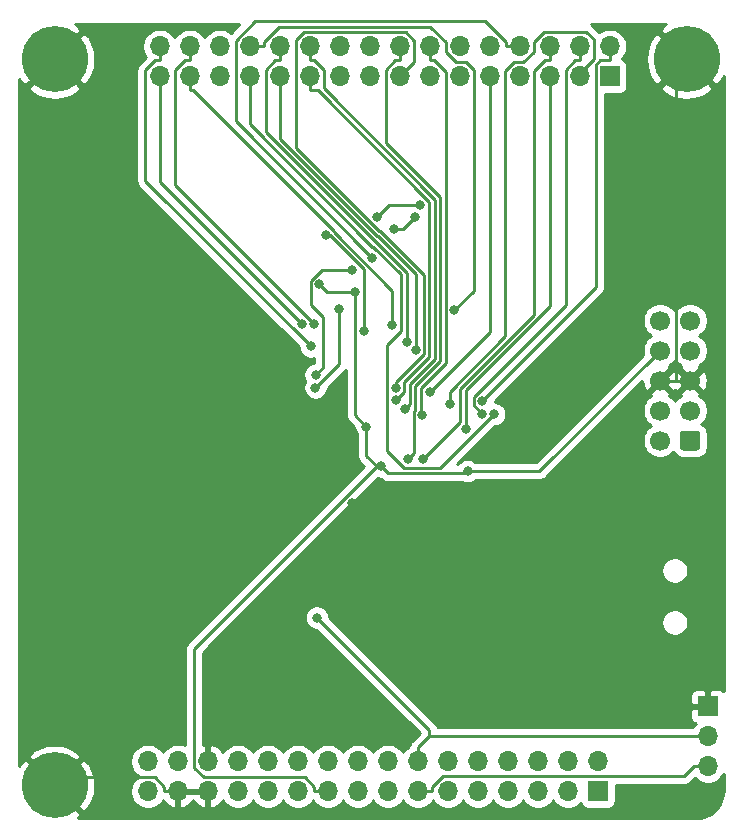
<source format=gbl>
%TF.GenerationSoftware,KiCad,Pcbnew,5.1.9+dfsg1-1*%
%TF.CreationDate,2022-02-07T09:49:48+01:00*%
%TF.ProjectId,STM32F4XX,53544d33-3246-4345-9858-2e6b69636164,2.0*%
%TF.SameCoordinates,Original*%
%TF.FileFunction,Copper,L2,Bot*%
%TF.FilePolarity,Positive*%
%FSLAX46Y46*%
G04 Gerber Fmt 4.6, Leading zero omitted, Abs format (unit mm)*
G04 Created by KiCad (PCBNEW 5.1.9+dfsg1-1) date 2022-02-07 09:49:48*
%MOMM*%
%LPD*%
G01*
G04 APERTURE LIST*
%TA.AperFunction,ComponentPad*%
%ADD10C,1.700000*%
%TD*%
%TA.AperFunction,ComponentPad*%
%ADD11O,1.700000X1.700000*%
%TD*%
%TA.AperFunction,ComponentPad*%
%ADD12R,1.700000X1.700000*%
%TD*%
%TA.AperFunction,ComponentPad*%
%ADD13C,5.600000*%
%TD*%
%TA.AperFunction,ViaPad*%
%ADD14C,0.800000*%
%TD*%
%TA.AperFunction,Conductor*%
%ADD15C,0.250000*%
%TD*%
%TA.AperFunction,Conductor*%
%ADD16C,0.254000*%
%TD*%
%TA.AperFunction,Conductor*%
%ADD17C,0.100000*%
%TD*%
G04 APERTURE END LIST*
D10*
%TO.P,J5,10*%
%TO.N,Net-(J5-Pad10)*%
X171760000Y-81640000D03*
%TO.P,J5,8*%
%TO.N,+3V3*%
X171760000Y-84180000D03*
%TO.P,J5,6*%
%TO.N,GND*%
X171760000Y-86720000D03*
%TO.P,J5,4*%
%TO.N,A13*%
X171760000Y-89260000D03*
%TO.P,J5,2*%
%TO.N,A14*%
X171760000Y-91800000D03*
%TO.P,J5,9*%
%TO.N,Net-(J5-Pad9)*%
X174300000Y-81640000D03*
%TO.P,J5,7*%
%TO.N,Net-(J5-Pad7)*%
X174300000Y-84180000D03*
%TO.P,J5,5*%
%TO.N,GND*%
X174300000Y-86720000D03*
%TO.P,J5,3*%
%TO.N,Net-(J5-Pad3)*%
X174300000Y-89260000D03*
%TO.P,J5,1*%
%TO.N,Net-(J5-Pad1)*%
%TA.AperFunction,ComponentPad*%
G36*
G01*
X175150000Y-91200000D02*
X175150000Y-92400000D01*
G75*
G02*
X174900000Y-92650000I-250000J0D01*
G01*
X173700000Y-92650000D01*
G75*
G02*
X173450000Y-92400000I0J250000D01*
G01*
X173450000Y-91200000D01*
G75*
G02*
X173700000Y-90950000I250000J0D01*
G01*
X174900000Y-90950000D01*
G75*
G02*
X175150000Y-91200000I0J-250000D01*
G01*
G37*
%TD.AperFunction*%
%TD*%
D11*
%TO.P,J1,3*%
%TO.N,A3*%
X175800000Y-119380000D03*
%TO.P,J1,2*%
%TO.N,A2*%
X175800000Y-116840000D03*
D12*
%TO.P,J1,1*%
%TO.N,GND*%
X175800000Y-114300000D03*
%TD*%
D11*
%TO.P,J2,32*%
%TO.N,VCC*%
X128400000Y-118960000D03*
%TO.P,J2,31*%
X128400000Y-121500000D03*
%TO.P,J2,30*%
X130940000Y-118960000D03*
%TO.P,J2,29*%
%TO.N,GND*%
X130940000Y-121500000D03*
%TO.P,J2,28*%
X133480000Y-118960000D03*
%TO.P,J2,27*%
X133480000Y-121500000D03*
%TO.P,J2,26*%
%TO.N,Net-(J2-Pad26)*%
X136020000Y-118960000D03*
%TO.P,J2,25*%
%TO.N,Net-(J2-Pad25)*%
X136020000Y-121500000D03*
%TO.P,J2,24*%
%TO.N,Net-(J2-Pad24)*%
X138560000Y-118960000D03*
%TO.P,J2,23*%
%TO.N,Net-(J2-Pad23)*%
X138560000Y-121500000D03*
%TO.P,J2,22*%
%TO.N,Net-(J2-Pad22)*%
X141100000Y-118960000D03*
%TO.P,J2,21*%
%TO.N,Net-(J2-Pad21)*%
X141100000Y-121500000D03*
%TO.P,J2,20*%
%TO.N,Net-(J2-Pad20)*%
X143640000Y-118960000D03*
%TO.P,J2,19*%
%TO.N,+3V3*%
X143640000Y-121500000D03*
%TO.P,J2,18*%
X146180000Y-118960000D03*
%TO.P,J2,17*%
X146180000Y-121500000D03*
%TO.P,J2,16*%
%TO.N,A0*%
X148720000Y-118960000D03*
%TO.P,J2,15*%
%TO.N,A1*%
X148720000Y-121500000D03*
%TO.P,J2,14*%
%TO.N,A2*%
X151260000Y-118960000D03*
%TO.P,J2,13*%
%TO.N,A3*%
X151260000Y-121500000D03*
%TO.P,J2,12*%
%TO.N,A4*%
X153800000Y-118960000D03*
%TO.P,J2,11*%
%TO.N,A5*%
X153800000Y-121500000D03*
%TO.P,J2,10*%
%TO.N,A6*%
X156340000Y-118960000D03*
%TO.P,J2,9*%
%TO.N,A7*%
X156340000Y-121500000D03*
%TO.P,J2,8*%
%TO.N,A8*%
X158880000Y-118960000D03*
%TO.P,J2,7*%
%TO.N,A9*%
X158880000Y-121500000D03*
%TO.P,J2,6*%
%TO.N,A10*%
X161420000Y-118960000D03*
%TO.P,J2,5*%
%TO.N,A11*%
X161420000Y-121500000D03*
%TO.P,J2,4*%
%TO.N,A12*%
X163960000Y-118960000D03*
%TO.P,J2,3*%
%TO.N,A13*%
X163960000Y-121500000D03*
%TO.P,J2,2*%
%TO.N,A14*%
X166500000Y-118960000D03*
D12*
%TO.P,J2,1*%
%TO.N,A15*%
X166500000Y-121500000D03*
%TD*%
D11*
%TO.P,J4,32*%
%TO.N,C15*%
X129400000Y-58420000D03*
%TO.P,J4,31*%
%TO.N,C14*%
X129400000Y-60960000D03*
%TO.P,J4,30*%
%TO.N,C13*%
X131940000Y-58420000D03*
%TO.P,J4,29*%
%TO.N,C12*%
X131940000Y-60960000D03*
%TO.P,J4,28*%
%TO.N,C11*%
X134480000Y-58420000D03*
%TO.P,J4,27*%
%TO.N,C10*%
X134480000Y-60960000D03*
%TO.P,J4,26*%
%TO.N,C9*%
X137020000Y-58420000D03*
%TO.P,J4,25*%
%TO.N,C8*%
X137020000Y-60960000D03*
%TO.P,J4,24*%
%TO.N,C7*%
X139560000Y-58420000D03*
%TO.P,J4,23*%
%TO.N,C6*%
X139560000Y-60960000D03*
%TO.P,J4,22*%
%TO.N,C5*%
X142100000Y-58420000D03*
%TO.P,J4,21*%
%TO.N,C4*%
X142100000Y-60960000D03*
%TO.P,J4,20*%
%TO.N,C3*%
X144640000Y-58420000D03*
%TO.P,J4,19*%
%TO.N,C2*%
X144640000Y-60960000D03*
%TO.P,J4,18*%
%TO.N,C1*%
X147180000Y-58420000D03*
%TO.P,J4,17*%
%TO.N,C0*%
X147180000Y-60960000D03*
%TO.P,J4,16*%
%TO.N,B0*%
X149720000Y-58420000D03*
%TO.P,J4,15*%
%TO.N,B1*%
X149720000Y-60960000D03*
%TO.P,J4,14*%
%TO.N,B2*%
X152260000Y-58420000D03*
%TO.P,J4,13*%
%TO.N,B3*%
X152260000Y-60960000D03*
%TO.P,J4,12*%
%TO.N,B4*%
X154800000Y-58420000D03*
%TO.P,J4,11*%
%TO.N,B5*%
X154800000Y-60960000D03*
%TO.P,J4,10*%
%TO.N,B6*%
X157340000Y-58420000D03*
%TO.P,J4,9*%
%TO.N,B7*%
X157340000Y-60960000D03*
%TO.P,J4,8*%
%TO.N,B8*%
X159880000Y-58420000D03*
%TO.P,J4,7*%
%TO.N,B9*%
X159880000Y-60960000D03*
%TO.P,J4,6*%
%TO.N,B10*%
X162420000Y-58420000D03*
%TO.P,J4,5*%
%TO.N,B12*%
X162420000Y-60960000D03*
%TO.P,J4,4*%
%TO.N,B13*%
X164960000Y-58420000D03*
%TO.P,J4,3*%
%TO.N,B14*%
X164960000Y-60960000D03*
%TO.P,J4,2*%
%TO.N,B15*%
X167500000Y-58420000D03*
D12*
%TO.P,J4,1*%
%TO.N,D2*%
X167500000Y-60960000D03*
%TD*%
D13*
%TO.P,H2,1*%
%TO.N,GND*%
X120500000Y-59500000D03*
%TD*%
%TO.P,H1,1*%
%TO.N,GND*%
X174000000Y-59500000D03*
%TD*%
%TO.P,H3,1*%
%TO.N,GND*%
X120500000Y-121000000D03*
%TD*%
D14*
%TO.N,GND*%
X154241900Y-97102700D03*
X145679400Y-97103300D03*
%TO.N,+3V3*%
X142901000Y-78585300D03*
X155460600Y-94390300D03*
X145929800Y-79259700D03*
X146900000Y-90619600D03*
X148140400Y-93993400D03*
%TO.N,A2*%
X142701800Y-106783700D03*
%TO.N,C15*%
X142199500Y-83829600D03*
%TO.N,C14*%
X141454200Y-81939300D03*
%TO.N,C13*%
X142456300Y-81915600D03*
%TO.N,C12*%
X149101300Y-82026300D03*
%TO.N,C9*%
X154342500Y-80738400D03*
%TO.N,C8*%
X157704300Y-89574600D03*
%TO.N,C7*%
X150352700Y-83464200D03*
%TO.N,C6*%
X151060200Y-84171600D03*
%TO.N,C5*%
X150150000Y-89120600D03*
%TO.N,C4*%
X149400000Y-88368200D03*
%TO.N,C3*%
X146676400Y-82508000D03*
X143440000Y-74417400D03*
%TO.N,C2*%
X142574400Y-87326300D03*
X144580600Y-80634800D03*
%TO.N,C0*%
X142587400Y-86228600D03*
X145663300Y-77326600D03*
%TO.N,B0*%
X150400000Y-93379700D03*
%TO.N,B1*%
X149386800Y-87312600D03*
%TO.N,B2*%
X151637100Y-89665500D03*
%TO.N,B5*%
X149267500Y-73883400D03*
X151026000Y-72847700D03*
%TO.N,B7*%
X152262700Y-87673900D03*
%TO.N,B8*%
X147400000Y-76351300D03*
%TO.N,B9*%
X147810000Y-72857100D03*
X151476300Y-71847300D03*
%TO.N,B10*%
X151708800Y-93382800D03*
%TO.N,B12*%
X155325000Y-90829500D03*
%TO.N,B13*%
X156703900Y-89539300D03*
%TO.N,B14*%
X153939400Y-88733000D03*
%TO.N,B15*%
X156711000Y-88424000D03*
%TD*%
D15*
%TO.N,GND*%
X173090600Y-86720000D02*
X174300000Y-86720000D01*
X171760000Y-86720000D02*
X173090600Y-86720000D01*
X173090600Y-86720000D02*
X173090600Y-60409400D01*
X173090600Y-60409400D02*
X174000000Y-59500000D01*
X154241900Y-97102700D02*
X161377300Y-97102700D01*
X161377300Y-97102700D02*
X171760000Y-86720000D01*
X145679400Y-97103300D02*
X145680000Y-97102700D01*
X145680000Y-97102700D02*
X154241900Y-97102700D01*
X145679400Y-97103300D02*
X133480000Y-109302700D01*
X133480000Y-109302700D02*
X133480000Y-117784700D01*
X130940000Y-121500000D02*
X129764700Y-121500000D01*
X120500000Y-121000000D02*
X121175300Y-120324700D01*
X121175300Y-120324700D02*
X128956800Y-120324700D01*
X128956800Y-120324700D02*
X129764700Y-121132600D01*
X129764700Y-121132600D02*
X129764700Y-121500000D01*
X133480000Y-118960000D02*
X133480000Y-117784700D01*
X133480000Y-121500000D02*
X130940000Y-121500000D01*
%TO.N,+3V3*%
X145929800Y-79259700D02*
X145929800Y-89649400D01*
X145929800Y-89649400D02*
X146900000Y-90619600D01*
X145929800Y-79259700D02*
X143575400Y-79259700D01*
X143575400Y-79259700D02*
X142901000Y-78585300D01*
X171760000Y-84180000D02*
X161549700Y-94390300D01*
X161549700Y-94390300D02*
X155460600Y-94390300D01*
X155460600Y-94390300D02*
X155279100Y-94571800D01*
X155279100Y-94571800D02*
X148718800Y-94571800D01*
X148718800Y-94571800D02*
X148140400Y-93993400D01*
X147763600Y-93993400D02*
X132303000Y-109454000D01*
X132303000Y-109454000D02*
X132303000Y-119484000D01*
X132303000Y-119484000D02*
X133143700Y-120324700D01*
X133143700Y-120324700D02*
X141656800Y-120324700D01*
X141656800Y-120324700D02*
X142464700Y-121132600D01*
X142464700Y-121132600D02*
X142464700Y-121500000D01*
X148140400Y-93993400D02*
X147763600Y-93993400D01*
X146900000Y-90619600D02*
X146900000Y-93129800D01*
X146900000Y-93129800D02*
X147763600Y-93993400D01*
X143640000Y-121500000D02*
X142464700Y-121500000D01*
%TO.N,A3*%
X175800000Y-119380000D02*
X174624700Y-119380000D01*
X151260000Y-121500000D02*
X152435300Y-121500000D01*
X152435300Y-121500000D02*
X152435300Y-121132600D01*
X152435300Y-121132600D02*
X153356800Y-120211100D01*
X153356800Y-120211100D02*
X173793600Y-120211100D01*
X173793600Y-120211100D02*
X174624700Y-119380000D01*
%TO.N,A2*%
X152204700Y-116840000D02*
X152204700Y-116286600D01*
X152204700Y-116286600D02*
X142701800Y-106783700D01*
X152204700Y-116840000D02*
X151260000Y-117784700D01*
X175800000Y-116840000D02*
X152204700Y-116840000D01*
X151260000Y-118960000D02*
X151260000Y-117784700D01*
%TO.N,C15*%
X142199500Y-83829600D02*
X128184400Y-69814500D01*
X128184400Y-69814500D02*
X128184400Y-60443600D01*
X128184400Y-60443600D02*
X129032700Y-59595300D01*
X129032700Y-59595300D02*
X129400000Y-59595300D01*
X129400000Y-58420000D02*
X129400000Y-59595300D01*
%TO.N,C14*%
X141454200Y-81939300D02*
X129400000Y-69885100D01*
X129400000Y-69885100D02*
X129400000Y-60960000D01*
%TO.N,C13*%
X142456300Y-81915600D02*
X130728800Y-70188100D01*
X130728800Y-70188100D02*
X130728800Y-60439200D01*
X130728800Y-60439200D02*
X131572700Y-59595300D01*
X131572700Y-59595300D02*
X131940000Y-59595300D01*
X131940000Y-58420000D02*
X131940000Y-59595300D01*
%TO.N,C12*%
X131940000Y-62135300D02*
X132222100Y-62135300D01*
X132222100Y-62135300D02*
X144165400Y-74078600D01*
X144165400Y-74078600D02*
X144165400Y-74164600D01*
X144165400Y-74164600D02*
X149101300Y-79100500D01*
X149101300Y-79100500D02*
X149101300Y-82026300D01*
X131940000Y-60960000D02*
X131940000Y-62135300D01*
%TO.N,C9*%
X137020000Y-58420000D02*
X138195300Y-58420000D01*
X138195300Y-58420000D02*
X138195300Y-58052700D01*
X138195300Y-58052700D02*
X139479700Y-56768300D01*
X139479700Y-56768300D02*
X152324000Y-56768300D01*
X152324000Y-56768300D02*
X153594700Y-58039000D01*
X153594700Y-58039000D02*
X153594700Y-58879000D01*
X153594700Y-58879000D02*
X154500300Y-59784600D01*
X154500300Y-59784600D02*
X155325600Y-59784600D01*
X155325600Y-59784600D02*
X155976900Y-60435900D01*
X155976900Y-60435900D02*
X155976900Y-79104000D01*
X155976900Y-79104000D02*
X154342500Y-80738400D01*
%TO.N,C8*%
X157704300Y-89574600D02*
X153167400Y-94111500D01*
X153167400Y-94111500D02*
X150068900Y-94111500D01*
X150068900Y-94111500D02*
X148652300Y-92694900D01*
X148652300Y-92694900D02*
X148652300Y-83729500D01*
X148652300Y-83729500D02*
X149826600Y-82555200D01*
X149826600Y-82555200D02*
X149826600Y-77739600D01*
X149826600Y-77739600D02*
X147473000Y-75386000D01*
X147473000Y-75386000D02*
X147402500Y-75386000D01*
X147402500Y-75386000D02*
X137020000Y-65003500D01*
X137020000Y-65003500D02*
X137020000Y-60960000D01*
%TO.N,C7*%
X139560000Y-59595300D02*
X139192700Y-59595300D01*
X139192700Y-59595300D02*
X138355300Y-60432700D01*
X138355300Y-60432700D02*
X138355300Y-65701900D01*
X138355300Y-65701900D02*
X147589100Y-74935700D01*
X147589100Y-74935700D02*
X147659600Y-74935700D01*
X147659600Y-74935700D02*
X150352700Y-77628800D01*
X150352700Y-77628800D02*
X150352700Y-83464200D01*
X139560000Y-58420000D02*
X139560000Y-59595300D01*
%TO.N,C6*%
X151060200Y-84171600D02*
X151078000Y-84153800D01*
X151078000Y-84153800D02*
X151078000Y-77717200D01*
X151078000Y-77717200D02*
X147846200Y-74485400D01*
X147846200Y-74485400D02*
X147775700Y-74485400D01*
X147775700Y-74485400D02*
X139560000Y-66269700D01*
X139560000Y-66269700D02*
X139560000Y-62135300D01*
X139560000Y-60960000D02*
X139560000Y-62135300D01*
%TO.N,C5*%
X150150000Y-89120600D02*
X150590500Y-88680100D01*
X150590500Y-88680100D02*
X150590500Y-86984200D01*
X150590500Y-86984200D02*
X152686100Y-84888600D01*
X152686100Y-84888600D02*
X152686100Y-71394400D01*
X152686100Y-71394400D02*
X143275300Y-61983600D01*
X143275300Y-61983600D02*
X143275300Y-60403200D01*
X143275300Y-60403200D02*
X142467400Y-59595300D01*
X142467400Y-59595300D02*
X142100000Y-59595300D01*
X142100000Y-58420000D02*
X142100000Y-59595300D01*
%TO.N,C4*%
X149400000Y-88368200D02*
X150115700Y-87652500D01*
X150115700Y-87652500D02*
X150115700Y-86822100D01*
X150115700Y-86822100D02*
X152235800Y-84702000D01*
X152235800Y-84702000D02*
X152235800Y-71581000D01*
X152235800Y-71581000D02*
X142790100Y-62135300D01*
X142790100Y-62135300D02*
X142100000Y-62135300D01*
X142100000Y-60960000D02*
X142100000Y-62135300D01*
%TO.N,C3*%
X143440000Y-74417400D02*
X143780100Y-74417400D01*
X143780100Y-74417400D02*
X146676400Y-77313700D01*
X146676400Y-77313700D02*
X146676400Y-82508000D01*
%TO.N,C2*%
X144580600Y-80634800D02*
X144580600Y-85320100D01*
X144580600Y-85320100D02*
X142574400Y-87326300D01*
%TO.N,C0*%
X145663300Y-77326600D02*
X143134000Y-77326600D01*
X143134000Y-77326600D02*
X142175700Y-78284900D01*
X142175700Y-78284900D02*
X142175700Y-80290600D01*
X142175700Y-80290600D02*
X143230600Y-81345500D01*
X143230600Y-81345500D02*
X143230600Y-85585400D01*
X143230600Y-85585400D02*
X142587400Y-86228600D01*
%TO.N,B0*%
X150400000Y-93379700D02*
X150911800Y-92867900D01*
X150911800Y-92867900D02*
X150911800Y-89365100D01*
X150911800Y-89365100D02*
X151040800Y-89236100D01*
X151040800Y-89236100D02*
X151040800Y-87170800D01*
X151040800Y-87170800D02*
X153136400Y-85075200D01*
X153136400Y-85075200D02*
X153136400Y-71207800D01*
X153136400Y-71207800D02*
X148544700Y-66616100D01*
X148544700Y-66616100D02*
X148544700Y-60403200D01*
X148544700Y-60403200D02*
X149352600Y-59595300D01*
X149352600Y-59595300D02*
X149720000Y-59595300D01*
X149720000Y-58420000D02*
X149720000Y-59595300D01*
%TO.N,B1*%
X149386800Y-87312600D02*
X149386800Y-86870800D01*
X149386800Y-86870800D02*
X151785500Y-84472100D01*
X151785500Y-84472100D02*
X151785500Y-77787800D01*
X151785500Y-77787800D02*
X148032800Y-74035100D01*
X148032800Y-74035100D02*
X147962300Y-74035100D01*
X147962300Y-74035100D02*
X140924600Y-66997400D01*
X140924600Y-66997400D02*
X140924600Y-57898000D01*
X140924600Y-57898000D02*
X141587100Y-57235500D01*
X141587100Y-57235500D02*
X150216800Y-57235500D01*
X150216800Y-57235500D02*
X150939000Y-57957700D01*
X150939000Y-57957700D02*
X150939000Y-59741000D01*
X150939000Y-59741000D02*
X149720000Y-60960000D01*
%TO.N,B2*%
X151637100Y-89665500D02*
X151537300Y-89565700D01*
X151537300Y-89565700D02*
X151537300Y-87311200D01*
X151537300Y-87311200D02*
X153594900Y-85253600D01*
X153594900Y-85253600D02*
X153594900Y-60562900D01*
X153594900Y-60562900D02*
X152627300Y-59595300D01*
X152627300Y-59595300D02*
X152260000Y-59595300D01*
X152260000Y-58420000D02*
X152260000Y-59595300D01*
%TO.N,B5*%
X149267500Y-73883400D02*
X149990300Y-73883400D01*
X149990300Y-73883400D02*
X151026000Y-72847700D01*
%TO.N,B7*%
X157340000Y-60960000D02*
X157340000Y-82596600D01*
X157340000Y-82596600D02*
X152262700Y-87673900D01*
%TO.N,B8*%
X158704700Y-58420000D02*
X158704700Y-58052700D01*
X158704700Y-58052700D02*
X156969900Y-56317900D01*
X156969900Y-56317900D02*
X137439700Y-56317900D01*
X137439700Y-56317900D02*
X135815300Y-57942300D01*
X135815300Y-57942300D02*
X135815300Y-64766600D01*
X135815300Y-64766600D02*
X147400000Y-76351300D01*
X159880000Y-58420000D02*
X158704700Y-58420000D01*
%TO.N,B9*%
X147810000Y-72857100D02*
X148819700Y-71847400D01*
X148819700Y-71847400D02*
X151476300Y-71847400D01*
X151476300Y-71847400D02*
X151476300Y-71847300D01*
%TO.N,B10*%
X162420000Y-59595300D02*
X162052600Y-59595300D01*
X162052600Y-59595300D02*
X161094900Y-60553000D01*
X161094900Y-60553000D02*
X161094900Y-81134400D01*
X161094900Y-81134400D02*
X154823300Y-87406000D01*
X154823300Y-87406000D02*
X154823300Y-90268300D01*
X154823300Y-90268300D02*
X151708800Y-93382800D01*
X162420000Y-58420000D02*
X162420000Y-59595300D01*
%TO.N,B12*%
X162420000Y-62135300D02*
X162420000Y-80446300D01*
X162420000Y-80446300D02*
X155325000Y-87541300D01*
X155325000Y-87541300D02*
X155325000Y-90829500D01*
X162420000Y-60960000D02*
X162420000Y-62135300D01*
%TO.N,B13*%
X164960000Y-59595300D02*
X164592600Y-59595300D01*
X164592600Y-59595300D02*
X163784700Y-60403200D01*
X163784700Y-60403200D02*
X163784700Y-80324600D01*
X163784700Y-80324600D02*
X155985700Y-88123600D01*
X155985700Y-88123600D02*
X155985700Y-88821100D01*
X155985700Y-88821100D02*
X156703900Y-89539300D01*
X164960000Y-58420000D02*
X164960000Y-59595300D01*
%TO.N,B14*%
X164960000Y-60960000D02*
X164960000Y-60690300D01*
X164960000Y-60690300D02*
X166145000Y-59505300D01*
X166145000Y-59505300D02*
X166145000Y-57839500D01*
X166145000Y-57839500D02*
X165510600Y-57205100D01*
X165510600Y-57205100D02*
X161967400Y-57205100D01*
X161967400Y-57205100D02*
X161095100Y-58077400D01*
X161095100Y-58077400D02*
X161095100Y-58869100D01*
X161095100Y-58869100D02*
X160179600Y-59784600D01*
X160179600Y-59784600D02*
X159354400Y-59784600D01*
X159354400Y-59784600D02*
X158610000Y-60529000D01*
X158610000Y-60529000D02*
X158610000Y-82982400D01*
X158610000Y-82982400D02*
X153939400Y-87653000D01*
X153939400Y-87653000D02*
X153939400Y-88733000D01*
%TO.N,B15*%
X167500000Y-59595300D02*
X166691900Y-59595300D01*
X166691900Y-59595300D02*
X166324700Y-59962500D01*
X166324700Y-59962500D02*
X166324700Y-78810300D01*
X166324700Y-78810300D02*
X156711000Y-88424000D01*
X167500000Y-58420000D02*
X167500000Y-59595300D01*
%TD*%
D16*
%TO.N,GND*%
X135420423Y-57262376D02*
X135183411Y-57104010D01*
X134913158Y-56992068D01*
X134626260Y-56935000D01*
X134333740Y-56935000D01*
X134046842Y-56992068D01*
X133776589Y-57104010D01*
X133533368Y-57266525D01*
X133326525Y-57473368D01*
X133210000Y-57647760D01*
X133093475Y-57473368D01*
X132886632Y-57266525D01*
X132643411Y-57104010D01*
X132373158Y-56992068D01*
X132086260Y-56935000D01*
X131793740Y-56935000D01*
X131506842Y-56992068D01*
X131236589Y-57104010D01*
X130993368Y-57266525D01*
X130786525Y-57473368D01*
X130670000Y-57647760D01*
X130553475Y-57473368D01*
X130346632Y-57266525D01*
X130103411Y-57104010D01*
X129833158Y-56992068D01*
X129546260Y-56935000D01*
X129253740Y-56935000D01*
X128966842Y-56992068D01*
X128696589Y-57104010D01*
X128453368Y-57266525D01*
X128246525Y-57473368D01*
X128084010Y-57716589D01*
X127972068Y-57986842D01*
X127915000Y-58273740D01*
X127915000Y-58566260D01*
X127972068Y-58853158D01*
X128084010Y-59123411D01*
X128222509Y-59330689D01*
X127673398Y-59879801D01*
X127644400Y-59903599D01*
X127620602Y-59932597D01*
X127620601Y-59932598D01*
X127549426Y-60019324D01*
X127478854Y-60151354D01*
X127454915Y-60230274D01*
X127435398Y-60294614D01*
X127425210Y-60398053D01*
X127420724Y-60443600D01*
X127424401Y-60480932D01*
X127424400Y-69777178D01*
X127420724Y-69814500D01*
X127424400Y-69851822D01*
X127424400Y-69851832D01*
X127435397Y-69963485D01*
X127458339Y-70039115D01*
X127478854Y-70106746D01*
X127549426Y-70238776D01*
X127589271Y-70287326D01*
X127644399Y-70354501D01*
X127673403Y-70378304D01*
X141164500Y-83869403D01*
X141164500Y-83931539D01*
X141204274Y-84131498D01*
X141282295Y-84319856D01*
X141395563Y-84489374D01*
X141539726Y-84633537D01*
X141709244Y-84746805D01*
X141897602Y-84824826D01*
X142097561Y-84864600D01*
X142301439Y-84864600D01*
X142470601Y-84830952D01*
X142470601Y-85196556D01*
X142285502Y-85233374D01*
X142097144Y-85311395D01*
X141927626Y-85424663D01*
X141783463Y-85568826D01*
X141670195Y-85738344D01*
X141592174Y-85926702D01*
X141552400Y-86126661D01*
X141552400Y-86330539D01*
X141592174Y-86530498D01*
X141670195Y-86718856D01*
X141702846Y-86767722D01*
X141657195Y-86836044D01*
X141579174Y-87024402D01*
X141539400Y-87224361D01*
X141539400Y-87428239D01*
X141579174Y-87628198D01*
X141657195Y-87816556D01*
X141770463Y-87986074D01*
X141914626Y-88130237D01*
X142084144Y-88243505D01*
X142272502Y-88321526D01*
X142472461Y-88361300D01*
X142676339Y-88361300D01*
X142876298Y-88321526D01*
X143064656Y-88243505D01*
X143234174Y-88130237D01*
X143378337Y-87986074D01*
X143491605Y-87816556D01*
X143569626Y-87628198D01*
X143609400Y-87428239D01*
X143609400Y-87366101D01*
X145091603Y-85883899D01*
X145120601Y-85860101D01*
X145169801Y-85800151D01*
X145169801Y-89612068D01*
X145166124Y-89649400D01*
X145180798Y-89798385D01*
X145224254Y-89941646D01*
X145294826Y-90073676D01*
X145362060Y-90155600D01*
X145389800Y-90189401D01*
X145418798Y-90213199D01*
X145865000Y-90659401D01*
X145865000Y-90721539D01*
X145904774Y-90921498D01*
X145982795Y-91109856D01*
X146096063Y-91279374D01*
X146140000Y-91323311D01*
X146140001Y-93092468D01*
X146136324Y-93129800D01*
X146140001Y-93167133D01*
X146150998Y-93278786D01*
X146155060Y-93292176D01*
X146194454Y-93422046D01*
X146265026Y-93554076D01*
X146327582Y-93630300D01*
X146360000Y-93669801D01*
X146388998Y-93693599D01*
X146688798Y-93993400D01*
X131792003Y-108890196D01*
X131762999Y-108913999D01*
X131707871Y-108981174D01*
X131668026Y-109029724D01*
X131597455Y-109161753D01*
X131597454Y-109161754D01*
X131553997Y-109305015D01*
X131543000Y-109416668D01*
X131543000Y-109416678D01*
X131539324Y-109454000D01*
X131543000Y-109491322D01*
X131543001Y-117602419D01*
X131373158Y-117532068D01*
X131086260Y-117475000D01*
X130793740Y-117475000D01*
X130506842Y-117532068D01*
X130236589Y-117644010D01*
X129993368Y-117806525D01*
X129786525Y-118013368D01*
X129670000Y-118187760D01*
X129553475Y-118013368D01*
X129346632Y-117806525D01*
X129103411Y-117644010D01*
X128833158Y-117532068D01*
X128546260Y-117475000D01*
X128253740Y-117475000D01*
X127966842Y-117532068D01*
X127696589Y-117644010D01*
X127453368Y-117806525D01*
X127246525Y-118013368D01*
X127084010Y-118256589D01*
X126972068Y-118526842D01*
X126915000Y-118813740D01*
X126915000Y-119106260D01*
X126972068Y-119393158D01*
X127084010Y-119663411D01*
X127246525Y-119906632D01*
X127453368Y-120113475D01*
X127627760Y-120230000D01*
X127453368Y-120346525D01*
X127246525Y-120553368D01*
X127084010Y-120796589D01*
X126972068Y-121066842D01*
X126915000Y-121353740D01*
X126915000Y-121646260D01*
X126972068Y-121933158D01*
X127084010Y-122203411D01*
X127246525Y-122446632D01*
X127453368Y-122653475D01*
X127696589Y-122815990D01*
X127966842Y-122927932D01*
X128253740Y-122985000D01*
X128546260Y-122985000D01*
X128833158Y-122927932D01*
X129103411Y-122815990D01*
X129346632Y-122653475D01*
X129553475Y-122446632D01*
X129675195Y-122264466D01*
X129744822Y-122381355D01*
X129939731Y-122597588D01*
X130173080Y-122771641D01*
X130435901Y-122896825D01*
X130583110Y-122941476D01*
X130813000Y-122820155D01*
X130813000Y-121627000D01*
X131067000Y-121627000D01*
X131067000Y-122820155D01*
X131296890Y-122941476D01*
X131444099Y-122896825D01*
X131706920Y-122771641D01*
X131940269Y-122597588D01*
X132135178Y-122381355D01*
X132210000Y-122255745D01*
X132284822Y-122381355D01*
X132479731Y-122597588D01*
X132713080Y-122771641D01*
X132975901Y-122896825D01*
X133123110Y-122941476D01*
X133353000Y-122820155D01*
X133353000Y-121627000D01*
X131067000Y-121627000D01*
X130813000Y-121627000D01*
X130793000Y-121627000D01*
X130793000Y-121373000D01*
X130813000Y-121373000D01*
X130813000Y-121353000D01*
X131067000Y-121353000D01*
X131067000Y-121373000D01*
X133353000Y-121373000D01*
X133353000Y-121353000D01*
X133607000Y-121353000D01*
X133607000Y-121373000D01*
X133627000Y-121373000D01*
X133627000Y-121627000D01*
X133607000Y-121627000D01*
X133607000Y-122820155D01*
X133836890Y-122941476D01*
X133984099Y-122896825D01*
X134246920Y-122771641D01*
X134480269Y-122597588D01*
X134675178Y-122381355D01*
X134744805Y-122264466D01*
X134866525Y-122446632D01*
X135073368Y-122653475D01*
X135316589Y-122815990D01*
X135586842Y-122927932D01*
X135873740Y-122985000D01*
X136166260Y-122985000D01*
X136453158Y-122927932D01*
X136723411Y-122815990D01*
X136966632Y-122653475D01*
X137173475Y-122446632D01*
X137290000Y-122272240D01*
X137406525Y-122446632D01*
X137613368Y-122653475D01*
X137856589Y-122815990D01*
X138126842Y-122927932D01*
X138413740Y-122985000D01*
X138706260Y-122985000D01*
X138993158Y-122927932D01*
X139263411Y-122815990D01*
X139506632Y-122653475D01*
X139713475Y-122446632D01*
X139830000Y-122272240D01*
X139946525Y-122446632D01*
X140153368Y-122653475D01*
X140396589Y-122815990D01*
X140666842Y-122927932D01*
X140953740Y-122985000D01*
X141246260Y-122985000D01*
X141533158Y-122927932D01*
X141803411Y-122815990D01*
X142046632Y-122653475D01*
X142253475Y-122446632D01*
X142370000Y-122272240D01*
X142486525Y-122446632D01*
X142693368Y-122653475D01*
X142936589Y-122815990D01*
X143206842Y-122927932D01*
X143493740Y-122985000D01*
X143786260Y-122985000D01*
X144073158Y-122927932D01*
X144343411Y-122815990D01*
X144586632Y-122653475D01*
X144793475Y-122446632D01*
X144910000Y-122272240D01*
X145026525Y-122446632D01*
X145233368Y-122653475D01*
X145476589Y-122815990D01*
X145746842Y-122927932D01*
X146033740Y-122985000D01*
X146326260Y-122985000D01*
X146613158Y-122927932D01*
X146883411Y-122815990D01*
X147126632Y-122653475D01*
X147333475Y-122446632D01*
X147450000Y-122272240D01*
X147566525Y-122446632D01*
X147773368Y-122653475D01*
X148016589Y-122815990D01*
X148286842Y-122927932D01*
X148573740Y-122985000D01*
X148866260Y-122985000D01*
X149153158Y-122927932D01*
X149423411Y-122815990D01*
X149666632Y-122653475D01*
X149873475Y-122446632D01*
X149990000Y-122272240D01*
X150106525Y-122446632D01*
X150313368Y-122653475D01*
X150556589Y-122815990D01*
X150826842Y-122927932D01*
X151113740Y-122985000D01*
X151406260Y-122985000D01*
X151693158Y-122927932D01*
X151963411Y-122815990D01*
X152206632Y-122653475D01*
X152413475Y-122446632D01*
X152530000Y-122272240D01*
X152646525Y-122446632D01*
X152853368Y-122653475D01*
X153096589Y-122815990D01*
X153366842Y-122927932D01*
X153653740Y-122985000D01*
X153946260Y-122985000D01*
X154233158Y-122927932D01*
X154503411Y-122815990D01*
X154746632Y-122653475D01*
X154953475Y-122446632D01*
X155070000Y-122272240D01*
X155186525Y-122446632D01*
X155393368Y-122653475D01*
X155636589Y-122815990D01*
X155906842Y-122927932D01*
X156193740Y-122985000D01*
X156486260Y-122985000D01*
X156773158Y-122927932D01*
X157043411Y-122815990D01*
X157286632Y-122653475D01*
X157493475Y-122446632D01*
X157610000Y-122272240D01*
X157726525Y-122446632D01*
X157933368Y-122653475D01*
X158176589Y-122815990D01*
X158446842Y-122927932D01*
X158733740Y-122985000D01*
X159026260Y-122985000D01*
X159313158Y-122927932D01*
X159583411Y-122815990D01*
X159826632Y-122653475D01*
X160033475Y-122446632D01*
X160150000Y-122272240D01*
X160266525Y-122446632D01*
X160473368Y-122653475D01*
X160716589Y-122815990D01*
X160986842Y-122927932D01*
X161273740Y-122985000D01*
X161566260Y-122985000D01*
X161853158Y-122927932D01*
X162123411Y-122815990D01*
X162366632Y-122653475D01*
X162573475Y-122446632D01*
X162690000Y-122272240D01*
X162806525Y-122446632D01*
X163013368Y-122653475D01*
X163256589Y-122815990D01*
X163526842Y-122927932D01*
X163813740Y-122985000D01*
X164106260Y-122985000D01*
X164393158Y-122927932D01*
X164663411Y-122815990D01*
X164906632Y-122653475D01*
X165038487Y-122521620D01*
X165060498Y-122594180D01*
X165119463Y-122704494D01*
X165198815Y-122801185D01*
X165295506Y-122880537D01*
X165405820Y-122939502D01*
X165525518Y-122975812D01*
X165650000Y-122988072D01*
X167350000Y-122988072D01*
X167474482Y-122975812D01*
X167594180Y-122939502D01*
X167704494Y-122880537D01*
X167801185Y-122801185D01*
X167880537Y-122704494D01*
X167939502Y-122594180D01*
X167975812Y-122474482D01*
X167988072Y-122350000D01*
X167988072Y-120971100D01*
X173756278Y-120971100D01*
X173793600Y-120974776D01*
X173830922Y-120971100D01*
X173830933Y-120971100D01*
X173942586Y-120960103D01*
X174085847Y-120916646D01*
X174217876Y-120846074D01*
X174333601Y-120751101D01*
X174357403Y-120722098D01*
X174699697Y-120379804D01*
X174853368Y-120533475D01*
X175096589Y-120695990D01*
X175366842Y-120807932D01*
X175653740Y-120865000D01*
X175946260Y-120865000D01*
X176233158Y-120807932D01*
X176503411Y-120695990D01*
X176746632Y-120533475D01*
X176953475Y-120326632D01*
X177115990Y-120083411D01*
X177140001Y-120025443D01*
X177140001Y-121327712D01*
X177090426Y-121833317D01*
X176952967Y-122288605D01*
X176729693Y-122708522D01*
X176429107Y-123077076D01*
X176062659Y-123380228D01*
X175644312Y-123606428D01*
X175189991Y-123747064D01*
X174686334Y-123800000D01*
X122470039Y-123800000D01*
X122736876Y-123416481D01*
X120500000Y-121179605D01*
X120485858Y-121193748D01*
X120306253Y-121014143D01*
X120320395Y-121000000D01*
X120679605Y-121000000D01*
X122916481Y-123236876D01*
X123365177Y-122924692D01*
X123685612Y-122328741D01*
X123883626Y-121681727D01*
X123951610Y-121008516D01*
X123886949Y-120334977D01*
X123692130Y-119686994D01*
X123374639Y-119089470D01*
X123365177Y-119075308D01*
X122916481Y-118763124D01*
X120679605Y-121000000D01*
X120320395Y-121000000D01*
X118083519Y-118763124D01*
X117634823Y-119075308D01*
X117500000Y-119326054D01*
X117500000Y-118583519D01*
X118263124Y-118583519D01*
X120500000Y-120820395D01*
X122736876Y-118583519D01*
X122424692Y-118134823D01*
X121828741Y-117814388D01*
X121181727Y-117616374D01*
X120508516Y-117548390D01*
X119834977Y-117613051D01*
X119186994Y-117807870D01*
X118589470Y-118125361D01*
X118575308Y-118134823D01*
X118263124Y-118583519D01*
X117500000Y-118583519D01*
X117500000Y-61916481D01*
X118263124Y-61916481D01*
X118575308Y-62365177D01*
X119171259Y-62685612D01*
X119818273Y-62883626D01*
X120491484Y-62951610D01*
X121165023Y-62886949D01*
X121813006Y-62692130D01*
X122410530Y-62374639D01*
X122424692Y-62365177D01*
X122736876Y-61916481D01*
X120500000Y-59679605D01*
X118263124Y-61916481D01*
X117500000Y-61916481D01*
X117500000Y-61174598D01*
X117625361Y-61410530D01*
X117634823Y-61424692D01*
X118083519Y-61736876D01*
X120320395Y-59500000D01*
X120679605Y-59500000D01*
X122916481Y-61736876D01*
X123365177Y-61424692D01*
X123685612Y-60828741D01*
X123883626Y-60181727D01*
X123951610Y-59508516D01*
X123886949Y-58834977D01*
X123692130Y-58186994D01*
X123374639Y-57589470D01*
X123365177Y-57575308D01*
X122916481Y-57263124D01*
X120679605Y-59500000D01*
X120320395Y-59500000D01*
X120306253Y-59485858D01*
X120485858Y-59306253D01*
X120500000Y-59320395D01*
X122736876Y-57083519D01*
X122424692Y-56634823D01*
X122248338Y-56540000D01*
X136142798Y-56540000D01*
X135420423Y-57262376D01*
%TA.AperFunction,Conductor*%
D17*
G36*
X135420423Y-57262376D02*
G01*
X135183411Y-57104010D01*
X134913158Y-56992068D01*
X134626260Y-56935000D01*
X134333740Y-56935000D01*
X134046842Y-56992068D01*
X133776589Y-57104010D01*
X133533368Y-57266525D01*
X133326525Y-57473368D01*
X133210000Y-57647760D01*
X133093475Y-57473368D01*
X132886632Y-57266525D01*
X132643411Y-57104010D01*
X132373158Y-56992068D01*
X132086260Y-56935000D01*
X131793740Y-56935000D01*
X131506842Y-56992068D01*
X131236589Y-57104010D01*
X130993368Y-57266525D01*
X130786525Y-57473368D01*
X130670000Y-57647760D01*
X130553475Y-57473368D01*
X130346632Y-57266525D01*
X130103411Y-57104010D01*
X129833158Y-56992068D01*
X129546260Y-56935000D01*
X129253740Y-56935000D01*
X128966842Y-56992068D01*
X128696589Y-57104010D01*
X128453368Y-57266525D01*
X128246525Y-57473368D01*
X128084010Y-57716589D01*
X127972068Y-57986842D01*
X127915000Y-58273740D01*
X127915000Y-58566260D01*
X127972068Y-58853158D01*
X128084010Y-59123411D01*
X128222509Y-59330689D01*
X127673398Y-59879801D01*
X127644400Y-59903599D01*
X127620602Y-59932597D01*
X127620601Y-59932598D01*
X127549426Y-60019324D01*
X127478854Y-60151354D01*
X127454915Y-60230274D01*
X127435398Y-60294614D01*
X127425210Y-60398053D01*
X127420724Y-60443600D01*
X127424401Y-60480932D01*
X127424400Y-69777178D01*
X127420724Y-69814500D01*
X127424400Y-69851822D01*
X127424400Y-69851832D01*
X127435397Y-69963485D01*
X127458339Y-70039115D01*
X127478854Y-70106746D01*
X127549426Y-70238776D01*
X127589271Y-70287326D01*
X127644399Y-70354501D01*
X127673403Y-70378304D01*
X141164500Y-83869403D01*
X141164500Y-83931539D01*
X141204274Y-84131498D01*
X141282295Y-84319856D01*
X141395563Y-84489374D01*
X141539726Y-84633537D01*
X141709244Y-84746805D01*
X141897602Y-84824826D01*
X142097561Y-84864600D01*
X142301439Y-84864600D01*
X142470601Y-84830952D01*
X142470601Y-85196556D01*
X142285502Y-85233374D01*
X142097144Y-85311395D01*
X141927626Y-85424663D01*
X141783463Y-85568826D01*
X141670195Y-85738344D01*
X141592174Y-85926702D01*
X141552400Y-86126661D01*
X141552400Y-86330539D01*
X141592174Y-86530498D01*
X141670195Y-86718856D01*
X141702846Y-86767722D01*
X141657195Y-86836044D01*
X141579174Y-87024402D01*
X141539400Y-87224361D01*
X141539400Y-87428239D01*
X141579174Y-87628198D01*
X141657195Y-87816556D01*
X141770463Y-87986074D01*
X141914626Y-88130237D01*
X142084144Y-88243505D01*
X142272502Y-88321526D01*
X142472461Y-88361300D01*
X142676339Y-88361300D01*
X142876298Y-88321526D01*
X143064656Y-88243505D01*
X143234174Y-88130237D01*
X143378337Y-87986074D01*
X143491605Y-87816556D01*
X143569626Y-87628198D01*
X143609400Y-87428239D01*
X143609400Y-87366101D01*
X145091603Y-85883899D01*
X145120601Y-85860101D01*
X145169801Y-85800151D01*
X145169801Y-89612068D01*
X145166124Y-89649400D01*
X145180798Y-89798385D01*
X145224254Y-89941646D01*
X145294826Y-90073676D01*
X145362060Y-90155600D01*
X145389800Y-90189401D01*
X145418798Y-90213199D01*
X145865000Y-90659401D01*
X145865000Y-90721539D01*
X145904774Y-90921498D01*
X145982795Y-91109856D01*
X146096063Y-91279374D01*
X146140000Y-91323311D01*
X146140001Y-93092468D01*
X146136324Y-93129800D01*
X146140001Y-93167133D01*
X146150998Y-93278786D01*
X146155060Y-93292176D01*
X146194454Y-93422046D01*
X146265026Y-93554076D01*
X146327582Y-93630300D01*
X146360000Y-93669801D01*
X146388998Y-93693599D01*
X146688798Y-93993400D01*
X131792003Y-108890196D01*
X131762999Y-108913999D01*
X131707871Y-108981174D01*
X131668026Y-109029724D01*
X131597455Y-109161753D01*
X131597454Y-109161754D01*
X131553997Y-109305015D01*
X131543000Y-109416668D01*
X131543000Y-109416678D01*
X131539324Y-109454000D01*
X131543000Y-109491322D01*
X131543001Y-117602419D01*
X131373158Y-117532068D01*
X131086260Y-117475000D01*
X130793740Y-117475000D01*
X130506842Y-117532068D01*
X130236589Y-117644010D01*
X129993368Y-117806525D01*
X129786525Y-118013368D01*
X129670000Y-118187760D01*
X129553475Y-118013368D01*
X129346632Y-117806525D01*
X129103411Y-117644010D01*
X128833158Y-117532068D01*
X128546260Y-117475000D01*
X128253740Y-117475000D01*
X127966842Y-117532068D01*
X127696589Y-117644010D01*
X127453368Y-117806525D01*
X127246525Y-118013368D01*
X127084010Y-118256589D01*
X126972068Y-118526842D01*
X126915000Y-118813740D01*
X126915000Y-119106260D01*
X126972068Y-119393158D01*
X127084010Y-119663411D01*
X127246525Y-119906632D01*
X127453368Y-120113475D01*
X127627760Y-120230000D01*
X127453368Y-120346525D01*
X127246525Y-120553368D01*
X127084010Y-120796589D01*
X126972068Y-121066842D01*
X126915000Y-121353740D01*
X126915000Y-121646260D01*
X126972068Y-121933158D01*
X127084010Y-122203411D01*
X127246525Y-122446632D01*
X127453368Y-122653475D01*
X127696589Y-122815990D01*
X127966842Y-122927932D01*
X128253740Y-122985000D01*
X128546260Y-122985000D01*
X128833158Y-122927932D01*
X129103411Y-122815990D01*
X129346632Y-122653475D01*
X129553475Y-122446632D01*
X129675195Y-122264466D01*
X129744822Y-122381355D01*
X129939731Y-122597588D01*
X130173080Y-122771641D01*
X130435901Y-122896825D01*
X130583110Y-122941476D01*
X130813000Y-122820155D01*
X130813000Y-121627000D01*
X131067000Y-121627000D01*
X131067000Y-122820155D01*
X131296890Y-122941476D01*
X131444099Y-122896825D01*
X131706920Y-122771641D01*
X131940269Y-122597588D01*
X132135178Y-122381355D01*
X132210000Y-122255745D01*
X132284822Y-122381355D01*
X132479731Y-122597588D01*
X132713080Y-122771641D01*
X132975901Y-122896825D01*
X133123110Y-122941476D01*
X133353000Y-122820155D01*
X133353000Y-121627000D01*
X131067000Y-121627000D01*
X130813000Y-121627000D01*
X130793000Y-121627000D01*
X130793000Y-121373000D01*
X130813000Y-121373000D01*
X130813000Y-121353000D01*
X131067000Y-121353000D01*
X131067000Y-121373000D01*
X133353000Y-121373000D01*
X133353000Y-121353000D01*
X133607000Y-121353000D01*
X133607000Y-121373000D01*
X133627000Y-121373000D01*
X133627000Y-121627000D01*
X133607000Y-121627000D01*
X133607000Y-122820155D01*
X133836890Y-122941476D01*
X133984099Y-122896825D01*
X134246920Y-122771641D01*
X134480269Y-122597588D01*
X134675178Y-122381355D01*
X134744805Y-122264466D01*
X134866525Y-122446632D01*
X135073368Y-122653475D01*
X135316589Y-122815990D01*
X135586842Y-122927932D01*
X135873740Y-122985000D01*
X136166260Y-122985000D01*
X136453158Y-122927932D01*
X136723411Y-122815990D01*
X136966632Y-122653475D01*
X137173475Y-122446632D01*
X137290000Y-122272240D01*
X137406525Y-122446632D01*
X137613368Y-122653475D01*
X137856589Y-122815990D01*
X138126842Y-122927932D01*
X138413740Y-122985000D01*
X138706260Y-122985000D01*
X138993158Y-122927932D01*
X139263411Y-122815990D01*
X139506632Y-122653475D01*
X139713475Y-122446632D01*
X139830000Y-122272240D01*
X139946525Y-122446632D01*
X140153368Y-122653475D01*
X140396589Y-122815990D01*
X140666842Y-122927932D01*
X140953740Y-122985000D01*
X141246260Y-122985000D01*
X141533158Y-122927932D01*
X141803411Y-122815990D01*
X142046632Y-122653475D01*
X142253475Y-122446632D01*
X142370000Y-122272240D01*
X142486525Y-122446632D01*
X142693368Y-122653475D01*
X142936589Y-122815990D01*
X143206842Y-122927932D01*
X143493740Y-122985000D01*
X143786260Y-122985000D01*
X144073158Y-122927932D01*
X144343411Y-122815990D01*
X144586632Y-122653475D01*
X144793475Y-122446632D01*
X144910000Y-122272240D01*
X145026525Y-122446632D01*
X145233368Y-122653475D01*
X145476589Y-122815990D01*
X145746842Y-122927932D01*
X146033740Y-122985000D01*
X146326260Y-122985000D01*
X146613158Y-122927932D01*
X146883411Y-122815990D01*
X147126632Y-122653475D01*
X147333475Y-122446632D01*
X147450000Y-122272240D01*
X147566525Y-122446632D01*
X147773368Y-122653475D01*
X148016589Y-122815990D01*
X148286842Y-122927932D01*
X148573740Y-122985000D01*
X148866260Y-122985000D01*
X149153158Y-122927932D01*
X149423411Y-122815990D01*
X149666632Y-122653475D01*
X149873475Y-122446632D01*
X149990000Y-122272240D01*
X150106525Y-122446632D01*
X150313368Y-122653475D01*
X150556589Y-122815990D01*
X150826842Y-122927932D01*
X151113740Y-122985000D01*
X151406260Y-122985000D01*
X151693158Y-122927932D01*
X151963411Y-122815990D01*
X152206632Y-122653475D01*
X152413475Y-122446632D01*
X152530000Y-122272240D01*
X152646525Y-122446632D01*
X152853368Y-122653475D01*
X153096589Y-122815990D01*
X153366842Y-122927932D01*
X153653740Y-122985000D01*
X153946260Y-122985000D01*
X154233158Y-122927932D01*
X154503411Y-122815990D01*
X154746632Y-122653475D01*
X154953475Y-122446632D01*
X155070000Y-122272240D01*
X155186525Y-122446632D01*
X155393368Y-122653475D01*
X155636589Y-122815990D01*
X155906842Y-122927932D01*
X156193740Y-122985000D01*
X156486260Y-122985000D01*
X156773158Y-122927932D01*
X157043411Y-122815990D01*
X157286632Y-122653475D01*
X157493475Y-122446632D01*
X157610000Y-122272240D01*
X157726525Y-122446632D01*
X157933368Y-122653475D01*
X158176589Y-122815990D01*
X158446842Y-122927932D01*
X158733740Y-122985000D01*
X159026260Y-122985000D01*
X159313158Y-122927932D01*
X159583411Y-122815990D01*
X159826632Y-122653475D01*
X160033475Y-122446632D01*
X160150000Y-122272240D01*
X160266525Y-122446632D01*
X160473368Y-122653475D01*
X160716589Y-122815990D01*
X160986842Y-122927932D01*
X161273740Y-122985000D01*
X161566260Y-122985000D01*
X161853158Y-122927932D01*
X162123411Y-122815990D01*
X162366632Y-122653475D01*
X162573475Y-122446632D01*
X162690000Y-122272240D01*
X162806525Y-122446632D01*
X163013368Y-122653475D01*
X163256589Y-122815990D01*
X163526842Y-122927932D01*
X163813740Y-122985000D01*
X164106260Y-122985000D01*
X164393158Y-122927932D01*
X164663411Y-122815990D01*
X164906632Y-122653475D01*
X165038487Y-122521620D01*
X165060498Y-122594180D01*
X165119463Y-122704494D01*
X165198815Y-122801185D01*
X165295506Y-122880537D01*
X165405820Y-122939502D01*
X165525518Y-122975812D01*
X165650000Y-122988072D01*
X167350000Y-122988072D01*
X167474482Y-122975812D01*
X167594180Y-122939502D01*
X167704494Y-122880537D01*
X167801185Y-122801185D01*
X167880537Y-122704494D01*
X167939502Y-122594180D01*
X167975812Y-122474482D01*
X167988072Y-122350000D01*
X167988072Y-120971100D01*
X173756278Y-120971100D01*
X173793600Y-120974776D01*
X173830922Y-120971100D01*
X173830933Y-120971100D01*
X173942586Y-120960103D01*
X174085847Y-120916646D01*
X174217876Y-120846074D01*
X174333601Y-120751101D01*
X174357403Y-120722098D01*
X174699697Y-120379804D01*
X174853368Y-120533475D01*
X175096589Y-120695990D01*
X175366842Y-120807932D01*
X175653740Y-120865000D01*
X175946260Y-120865000D01*
X176233158Y-120807932D01*
X176503411Y-120695990D01*
X176746632Y-120533475D01*
X176953475Y-120326632D01*
X177115990Y-120083411D01*
X177140001Y-120025443D01*
X177140001Y-121327712D01*
X177090426Y-121833317D01*
X176952967Y-122288605D01*
X176729693Y-122708522D01*
X176429107Y-123077076D01*
X176062659Y-123380228D01*
X175644312Y-123606428D01*
X175189991Y-123747064D01*
X174686334Y-123800000D01*
X122470039Y-123800000D01*
X122736876Y-123416481D01*
X120500000Y-121179605D01*
X120485858Y-121193748D01*
X120306253Y-121014143D01*
X120320395Y-121000000D01*
X120679605Y-121000000D01*
X122916481Y-123236876D01*
X123365177Y-122924692D01*
X123685612Y-122328741D01*
X123883626Y-121681727D01*
X123951610Y-121008516D01*
X123886949Y-120334977D01*
X123692130Y-119686994D01*
X123374639Y-119089470D01*
X123365177Y-119075308D01*
X122916481Y-118763124D01*
X120679605Y-121000000D01*
X120320395Y-121000000D01*
X118083519Y-118763124D01*
X117634823Y-119075308D01*
X117500000Y-119326054D01*
X117500000Y-118583519D01*
X118263124Y-118583519D01*
X120500000Y-120820395D01*
X122736876Y-118583519D01*
X122424692Y-118134823D01*
X121828741Y-117814388D01*
X121181727Y-117616374D01*
X120508516Y-117548390D01*
X119834977Y-117613051D01*
X119186994Y-117807870D01*
X118589470Y-118125361D01*
X118575308Y-118134823D01*
X118263124Y-118583519D01*
X117500000Y-118583519D01*
X117500000Y-61916481D01*
X118263124Y-61916481D01*
X118575308Y-62365177D01*
X119171259Y-62685612D01*
X119818273Y-62883626D01*
X120491484Y-62951610D01*
X121165023Y-62886949D01*
X121813006Y-62692130D01*
X122410530Y-62374639D01*
X122424692Y-62365177D01*
X122736876Y-61916481D01*
X120500000Y-59679605D01*
X118263124Y-61916481D01*
X117500000Y-61916481D01*
X117500000Y-61174598D01*
X117625361Y-61410530D01*
X117634823Y-61424692D01*
X118083519Y-61736876D01*
X120320395Y-59500000D01*
X120679605Y-59500000D01*
X122916481Y-61736876D01*
X123365177Y-61424692D01*
X123685612Y-60828741D01*
X123883626Y-60181727D01*
X123951610Y-59508516D01*
X123886949Y-58834977D01*
X123692130Y-58186994D01*
X123374639Y-57589470D01*
X123365177Y-57575308D01*
X122916481Y-57263124D01*
X120679605Y-59500000D01*
X120320395Y-59500000D01*
X120306253Y-59485858D01*
X120485858Y-59306253D01*
X120500000Y-59320395D01*
X122736876Y-57083519D01*
X122424692Y-56634823D01*
X122248338Y-56540000D01*
X136142798Y-56540000D01*
X135420423Y-57262376D01*
G37*
%TD.AperFunction*%
D16*
X172089470Y-56625361D02*
X172075308Y-56634823D01*
X171763124Y-57083519D01*
X174000000Y-59320395D01*
X174014143Y-59306253D01*
X174193748Y-59485858D01*
X174179605Y-59500000D01*
X176416481Y-61736876D01*
X176865177Y-61424692D01*
X177140000Y-60913571D01*
X177140001Y-113046112D01*
X177101185Y-112998815D01*
X177004494Y-112919463D01*
X176894180Y-112860498D01*
X176774482Y-112824188D01*
X176650000Y-112811928D01*
X176085750Y-112815000D01*
X175927000Y-112973750D01*
X175927000Y-114173000D01*
X175947000Y-114173000D01*
X175947000Y-114427000D01*
X175927000Y-114427000D01*
X175927000Y-114447000D01*
X175673000Y-114447000D01*
X175673000Y-114427000D01*
X174473750Y-114427000D01*
X174315000Y-114585750D01*
X174311928Y-115150000D01*
X174324188Y-115274482D01*
X174360498Y-115394180D01*
X174419463Y-115504494D01*
X174498815Y-115601185D01*
X174595506Y-115680537D01*
X174705820Y-115739502D01*
X174778380Y-115761513D01*
X174646525Y-115893368D01*
X174521822Y-116080000D01*
X152936226Y-116080000D01*
X152910246Y-115994353D01*
X152856268Y-115893368D01*
X152839674Y-115862323D01*
X152768499Y-115775597D01*
X152744701Y-115746599D01*
X152715703Y-115722801D01*
X150442902Y-113450000D01*
X174311928Y-113450000D01*
X174315000Y-114014250D01*
X174473750Y-114173000D01*
X175673000Y-114173000D01*
X175673000Y-112973750D01*
X175514250Y-112815000D01*
X174950000Y-112811928D01*
X174825518Y-112824188D01*
X174705820Y-112860498D01*
X174595506Y-112919463D01*
X174498815Y-112998815D01*
X174419463Y-113095506D01*
X174360498Y-113205820D01*
X174324188Y-113325518D01*
X174311928Y-113450000D01*
X150442902Y-113450000D01*
X144081114Y-107088212D01*
X171865000Y-107088212D01*
X171865000Y-107311788D01*
X171908617Y-107531067D01*
X171994176Y-107737624D01*
X172118388Y-107923520D01*
X172276480Y-108081612D01*
X172462376Y-108205824D01*
X172668933Y-108291383D01*
X172888212Y-108335000D01*
X173111788Y-108335000D01*
X173331067Y-108291383D01*
X173537624Y-108205824D01*
X173723520Y-108081612D01*
X173881612Y-107923520D01*
X174005824Y-107737624D01*
X174091383Y-107531067D01*
X174135000Y-107311788D01*
X174135000Y-107088212D01*
X174091383Y-106868933D01*
X174005824Y-106662376D01*
X173881612Y-106476480D01*
X173723520Y-106318388D01*
X173537624Y-106194176D01*
X173331067Y-106108617D01*
X173111788Y-106065000D01*
X172888212Y-106065000D01*
X172668933Y-106108617D01*
X172462376Y-106194176D01*
X172276480Y-106318388D01*
X172118388Y-106476480D01*
X171994176Y-106662376D01*
X171908617Y-106868933D01*
X171865000Y-107088212D01*
X144081114Y-107088212D01*
X143736800Y-106743899D01*
X143736800Y-106681761D01*
X143697026Y-106481802D01*
X143619005Y-106293444D01*
X143505737Y-106123926D01*
X143361574Y-105979763D01*
X143192056Y-105866495D01*
X143003698Y-105788474D01*
X142803739Y-105748700D01*
X142599861Y-105748700D01*
X142399902Y-105788474D01*
X142211544Y-105866495D01*
X142042026Y-105979763D01*
X141897863Y-106123926D01*
X141784595Y-106293444D01*
X141706574Y-106481802D01*
X141666800Y-106681761D01*
X141666800Y-106885639D01*
X141706574Y-107085598D01*
X141784595Y-107273956D01*
X141897863Y-107443474D01*
X142042026Y-107587637D01*
X142211544Y-107700905D01*
X142399902Y-107778926D01*
X142599861Y-107818700D01*
X142661999Y-107818700D01*
X151406598Y-116563300D01*
X150748998Y-117220901D01*
X150720000Y-117244699D01*
X150696202Y-117273697D01*
X150696201Y-117273698D01*
X150625026Y-117360424D01*
X150554454Y-117492454D01*
X150510998Y-117635715D01*
X150506912Y-117677203D01*
X150313368Y-117806525D01*
X150106525Y-118013368D01*
X149990000Y-118187760D01*
X149873475Y-118013368D01*
X149666632Y-117806525D01*
X149423411Y-117644010D01*
X149153158Y-117532068D01*
X148866260Y-117475000D01*
X148573740Y-117475000D01*
X148286842Y-117532068D01*
X148016589Y-117644010D01*
X147773368Y-117806525D01*
X147566525Y-118013368D01*
X147450000Y-118187760D01*
X147333475Y-118013368D01*
X147126632Y-117806525D01*
X146883411Y-117644010D01*
X146613158Y-117532068D01*
X146326260Y-117475000D01*
X146033740Y-117475000D01*
X145746842Y-117532068D01*
X145476589Y-117644010D01*
X145233368Y-117806525D01*
X145026525Y-118013368D01*
X144910000Y-118187760D01*
X144793475Y-118013368D01*
X144586632Y-117806525D01*
X144343411Y-117644010D01*
X144073158Y-117532068D01*
X143786260Y-117475000D01*
X143493740Y-117475000D01*
X143206842Y-117532068D01*
X142936589Y-117644010D01*
X142693368Y-117806525D01*
X142486525Y-118013368D01*
X142370000Y-118187760D01*
X142253475Y-118013368D01*
X142046632Y-117806525D01*
X141803411Y-117644010D01*
X141533158Y-117532068D01*
X141246260Y-117475000D01*
X140953740Y-117475000D01*
X140666842Y-117532068D01*
X140396589Y-117644010D01*
X140153368Y-117806525D01*
X139946525Y-118013368D01*
X139830000Y-118187760D01*
X139713475Y-118013368D01*
X139506632Y-117806525D01*
X139263411Y-117644010D01*
X138993158Y-117532068D01*
X138706260Y-117475000D01*
X138413740Y-117475000D01*
X138126842Y-117532068D01*
X137856589Y-117644010D01*
X137613368Y-117806525D01*
X137406525Y-118013368D01*
X137290000Y-118187760D01*
X137173475Y-118013368D01*
X136966632Y-117806525D01*
X136723411Y-117644010D01*
X136453158Y-117532068D01*
X136166260Y-117475000D01*
X135873740Y-117475000D01*
X135586842Y-117532068D01*
X135316589Y-117644010D01*
X135073368Y-117806525D01*
X134866525Y-118013368D01*
X134744805Y-118195534D01*
X134675178Y-118078645D01*
X134480269Y-117862412D01*
X134246920Y-117688359D01*
X133984099Y-117563175D01*
X133836890Y-117518524D01*
X133607000Y-117639845D01*
X133607000Y-118833000D01*
X133627000Y-118833000D01*
X133627000Y-119087000D01*
X133607000Y-119087000D01*
X133607000Y-119107000D01*
X133353000Y-119107000D01*
X133353000Y-119087000D01*
X133333000Y-119087000D01*
X133333000Y-118833000D01*
X133353000Y-118833000D01*
X133353000Y-117639845D01*
X133123110Y-117518524D01*
X133063000Y-117536756D01*
X133063000Y-109768801D01*
X140143589Y-102688212D01*
X171865000Y-102688212D01*
X171865000Y-102911788D01*
X171908617Y-103131067D01*
X171994176Y-103337624D01*
X172118388Y-103523520D01*
X172276480Y-103681612D01*
X172462376Y-103805824D01*
X172668933Y-103891383D01*
X172888212Y-103935000D01*
X173111788Y-103935000D01*
X173331067Y-103891383D01*
X173537624Y-103805824D01*
X173723520Y-103681612D01*
X173881612Y-103523520D01*
X174005824Y-103337624D01*
X174091383Y-103131067D01*
X174135000Y-102911788D01*
X174135000Y-102688212D01*
X174091383Y-102468933D01*
X174005824Y-102262376D01*
X173881612Y-102076480D01*
X173723520Y-101918388D01*
X173537624Y-101794176D01*
X173331067Y-101708617D01*
X173111788Y-101665000D01*
X172888212Y-101665000D01*
X172668933Y-101708617D01*
X172462376Y-101794176D01*
X172276480Y-101918388D01*
X172118388Y-102076480D01*
X171994176Y-102262376D01*
X171908617Y-102468933D01*
X171865000Y-102688212D01*
X140143589Y-102688212D01*
X147842401Y-94989401D01*
X148038461Y-95028400D01*
X148100598Y-95028400D01*
X148155000Y-95082802D01*
X148178799Y-95111801D01*
X148207797Y-95135599D01*
X148294523Y-95206774D01*
X148426553Y-95277346D01*
X148569814Y-95320803D01*
X148681467Y-95331800D01*
X148681476Y-95331800D01*
X148718799Y-95335476D01*
X148756122Y-95331800D01*
X155028997Y-95331800D01*
X155158702Y-95385526D01*
X155358661Y-95425300D01*
X155562539Y-95425300D01*
X155762498Y-95385526D01*
X155950856Y-95307505D01*
X156120374Y-95194237D01*
X156164311Y-95150300D01*
X161512378Y-95150300D01*
X161549700Y-95153976D01*
X161587022Y-95150300D01*
X161587033Y-95150300D01*
X161698686Y-95139303D01*
X161841947Y-95095846D01*
X161973976Y-95025274D01*
X162089701Y-94930301D01*
X162113504Y-94901297D01*
X167901061Y-89113740D01*
X170275000Y-89113740D01*
X170275000Y-89406260D01*
X170332068Y-89693158D01*
X170444010Y-89963411D01*
X170606525Y-90206632D01*
X170813368Y-90413475D01*
X170987760Y-90530000D01*
X170813368Y-90646525D01*
X170606525Y-90853368D01*
X170444010Y-91096589D01*
X170332068Y-91366842D01*
X170275000Y-91653740D01*
X170275000Y-91946260D01*
X170332068Y-92233158D01*
X170444010Y-92503411D01*
X170606525Y-92746632D01*
X170813368Y-92953475D01*
X171056589Y-93115990D01*
X171326842Y-93227932D01*
X171613740Y-93285000D01*
X171906260Y-93285000D01*
X172193158Y-93227932D01*
X172463411Y-93115990D01*
X172706632Y-92953475D01*
X172893715Y-92766392D01*
X172961595Y-92893386D01*
X173072038Y-93027962D01*
X173206614Y-93138405D01*
X173360150Y-93220472D01*
X173526746Y-93271008D01*
X173700000Y-93288072D01*
X174900000Y-93288072D01*
X175073254Y-93271008D01*
X175239850Y-93220472D01*
X175393386Y-93138405D01*
X175527962Y-93027962D01*
X175638405Y-92893386D01*
X175720472Y-92739850D01*
X175771008Y-92573254D01*
X175788072Y-92400000D01*
X175788072Y-91200000D01*
X175771008Y-91026746D01*
X175720472Y-90860150D01*
X175638405Y-90706614D01*
X175527962Y-90572038D01*
X175393386Y-90461595D01*
X175266392Y-90393715D01*
X175453475Y-90206632D01*
X175615990Y-89963411D01*
X175727932Y-89693158D01*
X175785000Y-89406260D01*
X175785000Y-89113740D01*
X175727932Y-88826842D01*
X175615990Y-88556589D01*
X175453475Y-88313368D01*
X175246632Y-88106525D01*
X175073271Y-87990689D01*
X175148792Y-87748397D01*
X174300000Y-86899605D01*
X173451208Y-87748397D01*
X173526729Y-87990689D01*
X173353368Y-88106525D01*
X173146525Y-88313368D01*
X173030000Y-88487760D01*
X172913475Y-88313368D01*
X172706632Y-88106525D01*
X172533271Y-87990689D01*
X172608792Y-87748397D01*
X171760000Y-86899605D01*
X170911208Y-87748397D01*
X170986729Y-87990689D01*
X170813368Y-88106525D01*
X170606525Y-88313368D01*
X170444010Y-88556589D01*
X170332068Y-88826842D01*
X170275000Y-89113740D01*
X167901061Y-89113740D01*
X170271768Y-86743034D01*
X170269389Y-86788531D01*
X170311401Y-87078019D01*
X170409081Y-87353747D01*
X170482528Y-87491157D01*
X170731603Y-87568792D01*
X171580395Y-86720000D01*
X171939605Y-86720000D01*
X172788397Y-87568792D01*
X173030000Y-87493486D01*
X173271603Y-87568792D01*
X174120395Y-86720000D01*
X174479605Y-86720000D01*
X175328397Y-87568792D01*
X175577472Y-87491157D01*
X175703371Y-87227117D01*
X175775339Y-86943589D01*
X175790611Y-86651469D01*
X175748599Y-86361981D01*
X175650919Y-86086253D01*
X175577472Y-85948843D01*
X175328397Y-85871208D01*
X174479605Y-86720000D01*
X174120395Y-86720000D01*
X173271603Y-85871208D01*
X173030000Y-85946514D01*
X172788397Y-85871208D01*
X171939605Y-86720000D01*
X171580395Y-86720000D01*
X171566253Y-86705858D01*
X171745858Y-86526253D01*
X171760000Y-86540395D01*
X172608792Y-85691603D01*
X172533271Y-85449311D01*
X172706632Y-85333475D01*
X172913475Y-85126632D01*
X173030000Y-84952240D01*
X173146525Y-85126632D01*
X173353368Y-85333475D01*
X173526729Y-85449311D01*
X173451208Y-85691603D01*
X174300000Y-86540395D01*
X175148792Y-85691603D01*
X175073271Y-85449311D01*
X175246632Y-85333475D01*
X175453475Y-85126632D01*
X175615990Y-84883411D01*
X175727932Y-84613158D01*
X175785000Y-84326260D01*
X175785000Y-84033740D01*
X175727932Y-83746842D01*
X175615990Y-83476589D01*
X175453475Y-83233368D01*
X175246632Y-83026525D01*
X175072240Y-82910000D01*
X175246632Y-82793475D01*
X175453475Y-82586632D01*
X175615990Y-82343411D01*
X175727932Y-82073158D01*
X175785000Y-81786260D01*
X175785000Y-81493740D01*
X175727932Y-81206842D01*
X175615990Y-80936589D01*
X175453475Y-80693368D01*
X175246632Y-80486525D01*
X175003411Y-80324010D01*
X174733158Y-80212068D01*
X174446260Y-80155000D01*
X174153740Y-80155000D01*
X173866842Y-80212068D01*
X173596589Y-80324010D01*
X173353368Y-80486525D01*
X173146525Y-80693368D01*
X173030000Y-80867760D01*
X172913475Y-80693368D01*
X172706632Y-80486525D01*
X172463411Y-80324010D01*
X172193158Y-80212068D01*
X171906260Y-80155000D01*
X171613740Y-80155000D01*
X171326842Y-80212068D01*
X171056589Y-80324010D01*
X170813368Y-80486525D01*
X170606525Y-80693368D01*
X170444010Y-80936589D01*
X170332068Y-81206842D01*
X170275000Y-81493740D01*
X170275000Y-81786260D01*
X170332068Y-82073158D01*
X170444010Y-82343411D01*
X170606525Y-82586632D01*
X170813368Y-82793475D01*
X170987760Y-82910000D01*
X170813368Y-83026525D01*
X170606525Y-83233368D01*
X170444010Y-83476589D01*
X170332068Y-83746842D01*
X170275000Y-84033740D01*
X170275000Y-84326260D01*
X170318790Y-84546408D01*
X161234899Y-93630300D01*
X156164311Y-93630300D01*
X156120374Y-93586363D01*
X155950856Y-93473095D01*
X155762498Y-93395074D01*
X155562539Y-93355300D01*
X155358661Y-93355300D01*
X155158702Y-93395074D01*
X154970344Y-93473095D01*
X154800826Y-93586363D01*
X154656663Y-93730526D01*
X154602358Y-93811800D01*
X154541901Y-93811800D01*
X157744102Y-90609600D01*
X157806239Y-90609600D01*
X158006198Y-90569826D01*
X158194556Y-90491805D01*
X158364074Y-90378537D01*
X158508237Y-90234374D01*
X158621505Y-90064856D01*
X158699526Y-89876498D01*
X158739300Y-89676539D01*
X158739300Y-89472661D01*
X158699526Y-89272702D01*
X158621505Y-89084344D01*
X158508237Y-88914826D01*
X158364074Y-88770663D01*
X158194556Y-88657395D01*
X158006198Y-88579374D01*
X157806239Y-88539600D01*
X157743283Y-88539600D01*
X157746000Y-88525939D01*
X157746000Y-88463801D01*
X166835703Y-79374099D01*
X166864701Y-79350301D01*
X166891032Y-79318217D01*
X166959674Y-79234577D01*
X167030246Y-79102547D01*
X167042191Y-79063168D01*
X167073703Y-78959286D01*
X167084700Y-78847633D01*
X167084700Y-78847623D01*
X167088376Y-78810300D01*
X167084700Y-78772977D01*
X167084700Y-62448072D01*
X168350000Y-62448072D01*
X168474482Y-62435812D01*
X168594180Y-62399502D01*
X168704494Y-62340537D01*
X168801185Y-62261185D01*
X168880537Y-62164494D01*
X168939502Y-62054180D01*
X168975812Y-61934482D01*
X168977584Y-61916481D01*
X171763124Y-61916481D01*
X172075308Y-62365177D01*
X172671259Y-62685612D01*
X173318273Y-62883626D01*
X173991484Y-62951610D01*
X174665023Y-62886949D01*
X175313006Y-62692130D01*
X175910530Y-62374639D01*
X175924692Y-62365177D01*
X176236876Y-61916481D01*
X174000000Y-59679605D01*
X171763124Y-61916481D01*
X168977584Y-61916481D01*
X168988072Y-61810000D01*
X168988072Y-60110000D01*
X168975812Y-59985518D01*
X168939502Y-59865820D01*
X168880537Y-59755506D01*
X168801185Y-59658815D01*
X168704494Y-59579463D01*
X168594180Y-59520498D01*
X168521620Y-59498487D01*
X168528623Y-59491484D01*
X170548390Y-59491484D01*
X170613051Y-60165023D01*
X170807870Y-60813006D01*
X171125361Y-61410530D01*
X171134823Y-61424692D01*
X171583519Y-61736876D01*
X173820395Y-59500000D01*
X171583519Y-57263124D01*
X171134823Y-57575308D01*
X170814388Y-58171259D01*
X170616374Y-58818273D01*
X170548390Y-59491484D01*
X168528623Y-59491484D01*
X168653475Y-59366632D01*
X168815990Y-59123411D01*
X168927932Y-58853158D01*
X168985000Y-58566260D01*
X168985000Y-58273740D01*
X168927932Y-57986842D01*
X168815990Y-57716589D01*
X168653475Y-57473368D01*
X168446632Y-57266525D01*
X168203411Y-57104010D01*
X167933158Y-56992068D01*
X167646260Y-56935000D01*
X167353740Y-56935000D01*
X167066842Y-56992068D01*
X166796589Y-57104010D01*
X166609392Y-57229091D01*
X166074403Y-56694102D01*
X166050601Y-56665099D01*
X165934876Y-56570126D01*
X165878515Y-56540000D01*
X172250121Y-56540000D01*
X172089470Y-56625361D01*
%TA.AperFunction,Conductor*%
D17*
G36*
X172089470Y-56625361D02*
G01*
X172075308Y-56634823D01*
X171763124Y-57083519D01*
X174000000Y-59320395D01*
X174014143Y-59306253D01*
X174193748Y-59485858D01*
X174179605Y-59500000D01*
X176416481Y-61736876D01*
X176865177Y-61424692D01*
X177140000Y-60913571D01*
X177140001Y-113046112D01*
X177101185Y-112998815D01*
X177004494Y-112919463D01*
X176894180Y-112860498D01*
X176774482Y-112824188D01*
X176650000Y-112811928D01*
X176085750Y-112815000D01*
X175927000Y-112973750D01*
X175927000Y-114173000D01*
X175947000Y-114173000D01*
X175947000Y-114427000D01*
X175927000Y-114427000D01*
X175927000Y-114447000D01*
X175673000Y-114447000D01*
X175673000Y-114427000D01*
X174473750Y-114427000D01*
X174315000Y-114585750D01*
X174311928Y-115150000D01*
X174324188Y-115274482D01*
X174360498Y-115394180D01*
X174419463Y-115504494D01*
X174498815Y-115601185D01*
X174595506Y-115680537D01*
X174705820Y-115739502D01*
X174778380Y-115761513D01*
X174646525Y-115893368D01*
X174521822Y-116080000D01*
X152936226Y-116080000D01*
X152910246Y-115994353D01*
X152856268Y-115893368D01*
X152839674Y-115862323D01*
X152768499Y-115775597D01*
X152744701Y-115746599D01*
X152715703Y-115722801D01*
X150442902Y-113450000D01*
X174311928Y-113450000D01*
X174315000Y-114014250D01*
X174473750Y-114173000D01*
X175673000Y-114173000D01*
X175673000Y-112973750D01*
X175514250Y-112815000D01*
X174950000Y-112811928D01*
X174825518Y-112824188D01*
X174705820Y-112860498D01*
X174595506Y-112919463D01*
X174498815Y-112998815D01*
X174419463Y-113095506D01*
X174360498Y-113205820D01*
X174324188Y-113325518D01*
X174311928Y-113450000D01*
X150442902Y-113450000D01*
X144081114Y-107088212D01*
X171865000Y-107088212D01*
X171865000Y-107311788D01*
X171908617Y-107531067D01*
X171994176Y-107737624D01*
X172118388Y-107923520D01*
X172276480Y-108081612D01*
X172462376Y-108205824D01*
X172668933Y-108291383D01*
X172888212Y-108335000D01*
X173111788Y-108335000D01*
X173331067Y-108291383D01*
X173537624Y-108205824D01*
X173723520Y-108081612D01*
X173881612Y-107923520D01*
X174005824Y-107737624D01*
X174091383Y-107531067D01*
X174135000Y-107311788D01*
X174135000Y-107088212D01*
X174091383Y-106868933D01*
X174005824Y-106662376D01*
X173881612Y-106476480D01*
X173723520Y-106318388D01*
X173537624Y-106194176D01*
X173331067Y-106108617D01*
X173111788Y-106065000D01*
X172888212Y-106065000D01*
X172668933Y-106108617D01*
X172462376Y-106194176D01*
X172276480Y-106318388D01*
X172118388Y-106476480D01*
X171994176Y-106662376D01*
X171908617Y-106868933D01*
X171865000Y-107088212D01*
X144081114Y-107088212D01*
X143736800Y-106743899D01*
X143736800Y-106681761D01*
X143697026Y-106481802D01*
X143619005Y-106293444D01*
X143505737Y-106123926D01*
X143361574Y-105979763D01*
X143192056Y-105866495D01*
X143003698Y-105788474D01*
X142803739Y-105748700D01*
X142599861Y-105748700D01*
X142399902Y-105788474D01*
X142211544Y-105866495D01*
X142042026Y-105979763D01*
X141897863Y-106123926D01*
X141784595Y-106293444D01*
X141706574Y-106481802D01*
X141666800Y-106681761D01*
X141666800Y-106885639D01*
X141706574Y-107085598D01*
X141784595Y-107273956D01*
X141897863Y-107443474D01*
X142042026Y-107587637D01*
X142211544Y-107700905D01*
X142399902Y-107778926D01*
X142599861Y-107818700D01*
X142661999Y-107818700D01*
X151406598Y-116563300D01*
X150748998Y-117220901D01*
X150720000Y-117244699D01*
X150696202Y-117273697D01*
X150696201Y-117273698D01*
X150625026Y-117360424D01*
X150554454Y-117492454D01*
X150510998Y-117635715D01*
X150506912Y-117677203D01*
X150313368Y-117806525D01*
X150106525Y-118013368D01*
X149990000Y-118187760D01*
X149873475Y-118013368D01*
X149666632Y-117806525D01*
X149423411Y-117644010D01*
X149153158Y-117532068D01*
X148866260Y-117475000D01*
X148573740Y-117475000D01*
X148286842Y-117532068D01*
X148016589Y-117644010D01*
X147773368Y-117806525D01*
X147566525Y-118013368D01*
X147450000Y-118187760D01*
X147333475Y-118013368D01*
X147126632Y-117806525D01*
X146883411Y-117644010D01*
X146613158Y-117532068D01*
X146326260Y-117475000D01*
X146033740Y-117475000D01*
X145746842Y-117532068D01*
X145476589Y-117644010D01*
X145233368Y-117806525D01*
X145026525Y-118013368D01*
X144910000Y-118187760D01*
X144793475Y-118013368D01*
X144586632Y-117806525D01*
X144343411Y-117644010D01*
X144073158Y-117532068D01*
X143786260Y-117475000D01*
X143493740Y-117475000D01*
X143206842Y-117532068D01*
X142936589Y-117644010D01*
X142693368Y-117806525D01*
X142486525Y-118013368D01*
X142370000Y-118187760D01*
X142253475Y-118013368D01*
X142046632Y-117806525D01*
X141803411Y-117644010D01*
X141533158Y-117532068D01*
X141246260Y-117475000D01*
X140953740Y-117475000D01*
X140666842Y-117532068D01*
X140396589Y-117644010D01*
X140153368Y-117806525D01*
X139946525Y-118013368D01*
X139830000Y-118187760D01*
X139713475Y-118013368D01*
X139506632Y-117806525D01*
X139263411Y-117644010D01*
X138993158Y-117532068D01*
X138706260Y-117475000D01*
X138413740Y-117475000D01*
X138126842Y-117532068D01*
X137856589Y-117644010D01*
X137613368Y-117806525D01*
X137406525Y-118013368D01*
X137290000Y-118187760D01*
X137173475Y-118013368D01*
X136966632Y-117806525D01*
X136723411Y-117644010D01*
X136453158Y-117532068D01*
X136166260Y-117475000D01*
X135873740Y-117475000D01*
X135586842Y-117532068D01*
X135316589Y-117644010D01*
X135073368Y-117806525D01*
X134866525Y-118013368D01*
X134744805Y-118195534D01*
X134675178Y-118078645D01*
X134480269Y-117862412D01*
X134246920Y-117688359D01*
X133984099Y-117563175D01*
X133836890Y-117518524D01*
X133607000Y-117639845D01*
X133607000Y-118833000D01*
X133627000Y-118833000D01*
X133627000Y-119087000D01*
X133607000Y-119087000D01*
X133607000Y-119107000D01*
X133353000Y-119107000D01*
X133353000Y-119087000D01*
X133333000Y-119087000D01*
X133333000Y-118833000D01*
X133353000Y-118833000D01*
X133353000Y-117639845D01*
X133123110Y-117518524D01*
X133063000Y-117536756D01*
X133063000Y-109768801D01*
X140143589Y-102688212D01*
X171865000Y-102688212D01*
X171865000Y-102911788D01*
X171908617Y-103131067D01*
X171994176Y-103337624D01*
X172118388Y-103523520D01*
X172276480Y-103681612D01*
X172462376Y-103805824D01*
X172668933Y-103891383D01*
X172888212Y-103935000D01*
X173111788Y-103935000D01*
X173331067Y-103891383D01*
X173537624Y-103805824D01*
X173723520Y-103681612D01*
X173881612Y-103523520D01*
X174005824Y-103337624D01*
X174091383Y-103131067D01*
X174135000Y-102911788D01*
X174135000Y-102688212D01*
X174091383Y-102468933D01*
X174005824Y-102262376D01*
X173881612Y-102076480D01*
X173723520Y-101918388D01*
X173537624Y-101794176D01*
X173331067Y-101708617D01*
X173111788Y-101665000D01*
X172888212Y-101665000D01*
X172668933Y-101708617D01*
X172462376Y-101794176D01*
X172276480Y-101918388D01*
X172118388Y-102076480D01*
X171994176Y-102262376D01*
X171908617Y-102468933D01*
X171865000Y-102688212D01*
X140143589Y-102688212D01*
X147842401Y-94989401D01*
X148038461Y-95028400D01*
X148100598Y-95028400D01*
X148155000Y-95082802D01*
X148178799Y-95111801D01*
X148207797Y-95135599D01*
X148294523Y-95206774D01*
X148426553Y-95277346D01*
X148569814Y-95320803D01*
X148681467Y-95331800D01*
X148681476Y-95331800D01*
X148718799Y-95335476D01*
X148756122Y-95331800D01*
X155028997Y-95331800D01*
X155158702Y-95385526D01*
X155358661Y-95425300D01*
X155562539Y-95425300D01*
X155762498Y-95385526D01*
X155950856Y-95307505D01*
X156120374Y-95194237D01*
X156164311Y-95150300D01*
X161512378Y-95150300D01*
X161549700Y-95153976D01*
X161587022Y-95150300D01*
X161587033Y-95150300D01*
X161698686Y-95139303D01*
X161841947Y-95095846D01*
X161973976Y-95025274D01*
X162089701Y-94930301D01*
X162113504Y-94901297D01*
X167901061Y-89113740D01*
X170275000Y-89113740D01*
X170275000Y-89406260D01*
X170332068Y-89693158D01*
X170444010Y-89963411D01*
X170606525Y-90206632D01*
X170813368Y-90413475D01*
X170987760Y-90530000D01*
X170813368Y-90646525D01*
X170606525Y-90853368D01*
X170444010Y-91096589D01*
X170332068Y-91366842D01*
X170275000Y-91653740D01*
X170275000Y-91946260D01*
X170332068Y-92233158D01*
X170444010Y-92503411D01*
X170606525Y-92746632D01*
X170813368Y-92953475D01*
X171056589Y-93115990D01*
X171326842Y-93227932D01*
X171613740Y-93285000D01*
X171906260Y-93285000D01*
X172193158Y-93227932D01*
X172463411Y-93115990D01*
X172706632Y-92953475D01*
X172893715Y-92766392D01*
X172961595Y-92893386D01*
X173072038Y-93027962D01*
X173206614Y-93138405D01*
X173360150Y-93220472D01*
X173526746Y-93271008D01*
X173700000Y-93288072D01*
X174900000Y-93288072D01*
X175073254Y-93271008D01*
X175239850Y-93220472D01*
X175393386Y-93138405D01*
X175527962Y-93027962D01*
X175638405Y-92893386D01*
X175720472Y-92739850D01*
X175771008Y-92573254D01*
X175788072Y-92400000D01*
X175788072Y-91200000D01*
X175771008Y-91026746D01*
X175720472Y-90860150D01*
X175638405Y-90706614D01*
X175527962Y-90572038D01*
X175393386Y-90461595D01*
X175266392Y-90393715D01*
X175453475Y-90206632D01*
X175615990Y-89963411D01*
X175727932Y-89693158D01*
X175785000Y-89406260D01*
X175785000Y-89113740D01*
X175727932Y-88826842D01*
X175615990Y-88556589D01*
X175453475Y-88313368D01*
X175246632Y-88106525D01*
X175073271Y-87990689D01*
X175148792Y-87748397D01*
X174300000Y-86899605D01*
X173451208Y-87748397D01*
X173526729Y-87990689D01*
X173353368Y-88106525D01*
X173146525Y-88313368D01*
X173030000Y-88487760D01*
X172913475Y-88313368D01*
X172706632Y-88106525D01*
X172533271Y-87990689D01*
X172608792Y-87748397D01*
X171760000Y-86899605D01*
X170911208Y-87748397D01*
X170986729Y-87990689D01*
X170813368Y-88106525D01*
X170606525Y-88313368D01*
X170444010Y-88556589D01*
X170332068Y-88826842D01*
X170275000Y-89113740D01*
X167901061Y-89113740D01*
X170271768Y-86743034D01*
X170269389Y-86788531D01*
X170311401Y-87078019D01*
X170409081Y-87353747D01*
X170482528Y-87491157D01*
X170731603Y-87568792D01*
X171580395Y-86720000D01*
X171939605Y-86720000D01*
X172788397Y-87568792D01*
X173030000Y-87493486D01*
X173271603Y-87568792D01*
X174120395Y-86720000D01*
X174479605Y-86720000D01*
X175328397Y-87568792D01*
X175577472Y-87491157D01*
X175703371Y-87227117D01*
X175775339Y-86943589D01*
X175790611Y-86651469D01*
X175748599Y-86361981D01*
X175650919Y-86086253D01*
X175577472Y-85948843D01*
X175328397Y-85871208D01*
X174479605Y-86720000D01*
X174120395Y-86720000D01*
X173271603Y-85871208D01*
X173030000Y-85946514D01*
X172788397Y-85871208D01*
X171939605Y-86720000D01*
X171580395Y-86720000D01*
X171566253Y-86705858D01*
X171745858Y-86526253D01*
X171760000Y-86540395D01*
X172608792Y-85691603D01*
X172533271Y-85449311D01*
X172706632Y-85333475D01*
X172913475Y-85126632D01*
X173030000Y-84952240D01*
X173146525Y-85126632D01*
X173353368Y-85333475D01*
X173526729Y-85449311D01*
X173451208Y-85691603D01*
X174300000Y-86540395D01*
X175148792Y-85691603D01*
X175073271Y-85449311D01*
X175246632Y-85333475D01*
X175453475Y-85126632D01*
X175615990Y-84883411D01*
X175727932Y-84613158D01*
X175785000Y-84326260D01*
X175785000Y-84033740D01*
X175727932Y-83746842D01*
X175615990Y-83476589D01*
X175453475Y-83233368D01*
X175246632Y-83026525D01*
X175072240Y-82910000D01*
X175246632Y-82793475D01*
X175453475Y-82586632D01*
X175615990Y-82343411D01*
X175727932Y-82073158D01*
X175785000Y-81786260D01*
X175785000Y-81493740D01*
X175727932Y-81206842D01*
X175615990Y-80936589D01*
X175453475Y-80693368D01*
X175246632Y-80486525D01*
X175003411Y-80324010D01*
X174733158Y-80212068D01*
X174446260Y-80155000D01*
X174153740Y-80155000D01*
X173866842Y-80212068D01*
X173596589Y-80324010D01*
X173353368Y-80486525D01*
X173146525Y-80693368D01*
X173030000Y-80867760D01*
X172913475Y-80693368D01*
X172706632Y-80486525D01*
X172463411Y-80324010D01*
X172193158Y-80212068D01*
X171906260Y-80155000D01*
X171613740Y-80155000D01*
X171326842Y-80212068D01*
X171056589Y-80324010D01*
X170813368Y-80486525D01*
X170606525Y-80693368D01*
X170444010Y-80936589D01*
X170332068Y-81206842D01*
X170275000Y-81493740D01*
X170275000Y-81786260D01*
X170332068Y-82073158D01*
X170444010Y-82343411D01*
X170606525Y-82586632D01*
X170813368Y-82793475D01*
X170987760Y-82910000D01*
X170813368Y-83026525D01*
X170606525Y-83233368D01*
X170444010Y-83476589D01*
X170332068Y-83746842D01*
X170275000Y-84033740D01*
X170275000Y-84326260D01*
X170318790Y-84546408D01*
X161234899Y-93630300D01*
X156164311Y-93630300D01*
X156120374Y-93586363D01*
X155950856Y-93473095D01*
X155762498Y-93395074D01*
X155562539Y-93355300D01*
X155358661Y-93355300D01*
X155158702Y-93395074D01*
X154970344Y-93473095D01*
X154800826Y-93586363D01*
X154656663Y-93730526D01*
X154602358Y-93811800D01*
X154541901Y-93811800D01*
X157744102Y-90609600D01*
X157806239Y-90609600D01*
X158006198Y-90569826D01*
X158194556Y-90491805D01*
X158364074Y-90378537D01*
X158508237Y-90234374D01*
X158621505Y-90064856D01*
X158699526Y-89876498D01*
X158739300Y-89676539D01*
X158739300Y-89472661D01*
X158699526Y-89272702D01*
X158621505Y-89084344D01*
X158508237Y-88914826D01*
X158364074Y-88770663D01*
X158194556Y-88657395D01*
X158006198Y-88579374D01*
X157806239Y-88539600D01*
X157743283Y-88539600D01*
X157746000Y-88525939D01*
X157746000Y-88463801D01*
X166835703Y-79374099D01*
X166864701Y-79350301D01*
X166891032Y-79318217D01*
X166959674Y-79234577D01*
X167030246Y-79102547D01*
X167042191Y-79063168D01*
X167073703Y-78959286D01*
X167084700Y-78847633D01*
X167084700Y-78847623D01*
X167088376Y-78810300D01*
X167084700Y-78772977D01*
X167084700Y-62448072D01*
X168350000Y-62448072D01*
X168474482Y-62435812D01*
X168594180Y-62399502D01*
X168704494Y-62340537D01*
X168801185Y-62261185D01*
X168880537Y-62164494D01*
X168939502Y-62054180D01*
X168975812Y-61934482D01*
X168977584Y-61916481D01*
X171763124Y-61916481D01*
X172075308Y-62365177D01*
X172671259Y-62685612D01*
X173318273Y-62883626D01*
X173991484Y-62951610D01*
X174665023Y-62886949D01*
X175313006Y-62692130D01*
X175910530Y-62374639D01*
X175924692Y-62365177D01*
X176236876Y-61916481D01*
X174000000Y-59679605D01*
X171763124Y-61916481D01*
X168977584Y-61916481D01*
X168988072Y-61810000D01*
X168988072Y-60110000D01*
X168975812Y-59985518D01*
X168939502Y-59865820D01*
X168880537Y-59755506D01*
X168801185Y-59658815D01*
X168704494Y-59579463D01*
X168594180Y-59520498D01*
X168521620Y-59498487D01*
X168528623Y-59491484D01*
X170548390Y-59491484D01*
X170613051Y-60165023D01*
X170807870Y-60813006D01*
X171125361Y-61410530D01*
X171134823Y-61424692D01*
X171583519Y-61736876D01*
X173820395Y-59500000D01*
X171583519Y-57263124D01*
X171134823Y-57575308D01*
X170814388Y-58171259D01*
X170616374Y-58818273D01*
X170548390Y-59491484D01*
X168528623Y-59491484D01*
X168653475Y-59366632D01*
X168815990Y-59123411D01*
X168927932Y-58853158D01*
X168985000Y-58566260D01*
X168985000Y-58273740D01*
X168927932Y-57986842D01*
X168815990Y-57716589D01*
X168653475Y-57473368D01*
X168446632Y-57266525D01*
X168203411Y-57104010D01*
X167933158Y-56992068D01*
X167646260Y-56935000D01*
X167353740Y-56935000D01*
X167066842Y-56992068D01*
X166796589Y-57104010D01*
X166609392Y-57229091D01*
X166074403Y-56694102D01*
X166050601Y-56665099D01*
X165934876Y-56570126D01*
X165878515Y-56540000D01*
X172250121Y-56540000D01*
X172089470Y-56625361D01*
G37*
%TD.AperFunction*%
%TD*%
M02*

</source>
